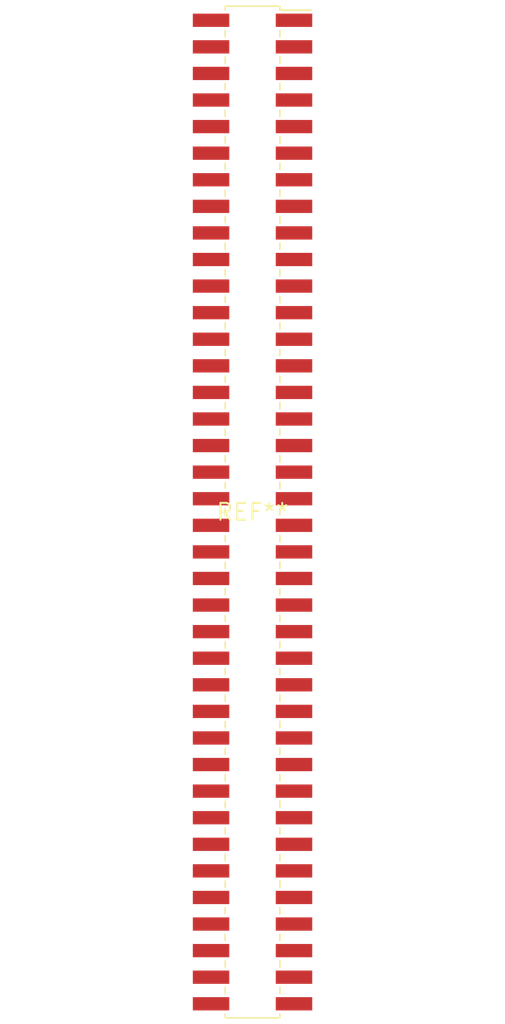
<source format=kicad_pcb>
(kicad_pcb (version 20240108) (generator pcbnew)
  (layers (0 "F.Cu" signal) (31 "B.Cu" signal) (34 "B.Paste" user) (35 "F.Paste" user) (36 "B.SilkS" user "B.Silkscreen") (37 "F.SilkS" user "F.Silkscreen") (38 "B.Mask" user) (39 "F.Mask" user) (44 "Edge.Cuts" user))
  (net 0 "")
  (footprint "PinSocket_2x38_P2.00mm_Vertical_SMD" (layer "F.Cu") (at 0 0)
    (property "Reference" "REF**")
    (property "Value" "PinSocket_2x38_P2.00mm_Vertical_SMD")
    (fp_line (start -2.06 -38.06) (end -2.06 -37.76) (layer "F.SilkS") (stroke (width 0.12)))
    (fp_line (start -2.06 -38.06) (end 2.06 -38.06) (layer "F.SilkS") (stroke (width 0.12)))
    (fp_line (start -2.06 -36.24) (end -2.06 -35.76) (layer "F.SilkS") (stroke (width 0.12)))
    (fp_line (start -2.06 -34.24) (end -2.06 -33.76) (layer "F.SilkS") (stroke (width 0.12)))
    (fp_line (start -2.06 -32.24) (end -2.06 -31.76) (layer "F.SilkS") (stroke (width 0.12)))
    (fp_line (start -2.06 -30.24) (end -2.06 -29.76) (layer "F.SilkS") (stroke (width 0.12)))
    (fp_line (start -2.06 -28.24) (end -2.06 -27.76) (layer "F.SilkS") (stroke (width 0.12)))
    (fp_line (start -2.06 -26.24) (end -2.06 -25.76) (layer "F.SilkS") (stroke (width 0.12)))
    (fp_line (start -2.06 -24.24) (end -2.06 -23.76) (layer "F.SilkS") (stroke (width 0.12)))
    (fp_line (start -2.06 -22.24) (end -2.06 -21.76) (layer "F.SilkS") (stroke (width 0.12)))
    (fp_line (start -2.06 -20.24) (end -2.06 -19.76) (layer "F.SilkS") (stroke (width 0.12)))
    (fp_line (start -2.06 -18.24) (end -2.06 -17.76) (layer "F.SilkS") (stroke (width 0.12)))
    (fp_line (start -2.06 -16.24) (end -2.06 -15.76) (layer "F.SilkS") (stroke (width 0.12)))
    (fp_line (start -2.06 -14.24) (end -2.06 -13.76) (layer "F.SilkS") (stroke (width 0.12)))
    (fp_line (start -2.06 -12.24) (end -2.06 -11.76) (layer "F.SilkS") (stroke (width 0.12)))
    (fp_line (start -2.06 -10.24) (end -2.06 -9.76) (layer "F.SilkS") (stroke (width 0.12)))
    (fp_line (start -2.06 -8.24) (end -2.06 -7.76) (layer "F.SilkS") (stroke (width 0.12)))
    (fp_line (start -2.06 -6.24) (end -2.06 -5.76) (layer "F.SilkS") (stroke (width 0.12)))
    (fp_line (start -2.06 -4.24) (end -2.06 -3.76) (layer "F.SilkS") (stroke (width 0.12)))
    (fp_line (start -2.06 -2.24) (end -2.06 -1.76) (layer "F.SilkS") (stroke (width 0.12)))
    (fp_line (start -2.06 -0.24) (end -2.06 0.24) (layer "F.SilkS") (stroke (width 0.12)))
    (fp_line (start -2.06 1.76) (end -2.06 2.24) (layer "F.SilkS") (stroke (width 0.12)))
    (fp_line (start -2.06 3.76) (end -2.06 4.24) (layer "F.SilkS") (stroke (width 0.12)))
    (fp_line (start -2.06 5.76) (end -2.06 6.24) (layer "F.SilkS") (stroke (width 0.12)))
    (fp_line (start -2.06 7.76) (end -2.06 8.24) (layer "F.SilkS") (stroke (width 0.12)))
    (fp_line (start -2.06 9.76) (end -2.06 10.24) (layer "F.SilkS") (stroke (width 0.12)))
    (fp_line (start -2.06 11.76) (end -2.06 12.24) (layer "F.SilkS") (stroke (width 0.12)))
    (fp_line (start -2.06 13.76) (end -2.06 14.24) (layer "F.SilkS") (stroke (width 0.12)))
    (fp_line (start -2.06 15.76) (end -2.06 16.24) (layer "F.SilkS") (stroke (width 0.12)))
    (fp_line (start -2.06 17.76) (end -2.06 18.24) (layer "F.SilkS") (stroke (width 0.12)))
    (fp_line (start -2.06 19.76) (end -2.06 20.24) (layer "F.SilkS") (stroke (width 0.12)))
    (fp_line (start -2.06 21.76) (end -2.06 22.24) (layer "F.SilkS") (stroke (width 0.12)))
    (fp_line (start -2.06 23.76) (end -2.06 24.24) (layer "F.SilkS") (stroke (width 0.12)))
    (fp_line (start -2.06 25.76) (end -2.06 26.24) (layer "F.SilkS") (stroke (width 0.12)))
    (fp_line (start -2.06 27.76) (end -2.06 28.24) (layer "F.SilkS") (stroke (width 0.12)))
    (fp_line (start -2.06 29.76) (end -2.06 30.24) (layer "F.SilkS") (stroke (width 0.12)))
    (fp_line (start -2.06 31.76) (end -2.06 32.24) (layer "F.SilkS") (stroke (width 0.12)))
    (fp_line (start -2.06 33.76) (end -2.06 34.24) (layer "F.SilkS") (stroke (width 0.12)))
    (fp_line (start -2.06 35.76) (end -2.06 36.24) (layer "F.SilkS") (stroke (width 0.12)))
    (fp_line (start -2.06 37.76) (end -2.06 38.06) (layer "F.SilkS") (stroke (width 0.12)))
    (fp_line (start -2.06 38.06) (end 2.06 38.06) (layer "F.SilkS") (stroke (width 0.12)))
    (fp_line (start 2.06 -38.06) (end 2.06 -37.76) (layer "F.SilkS") (stroke (width 0.12)))
    (fp_line (start 2.06 -37.76) (end 4.44 -37.76) (layer "F.SilkS") (stroke (width 0.12)))
    (fp_line (start 2.06 -36.24) (end 2.06 -35.76) (layer "F.SilkS") (stroke (width 0.12)))
    (fp_line (start 2.06 -34.24) (end 2.06 -33.76) (layer "F.SilkS") (stroke (width 0.12)))
    (fp_line (start 2.06 -32.24) (end 2.06 -31.76) (layer "F.SilkS") (stroke (width 0.12)))
    (fp_line (start 2.06 -30.24) (end 2.06 -29.76) (layer "F.SilkS") (stroke (width 0.12)))
    (fp_line (start 2.06 -28.24) (end 2.06 -27.76) (layer "F.SilkS") (stroke (width 0.12)))
    (fp_line (start 2.06 -26.24) (end 2.06 -25.76) (layer "F.SilkS") (stroke (width 0.12)))
    (fp_line (start 2.06 -24.24) (end 2.06 -23.76) (layer "F.SilkS") (stroke (width 0.12)))
    (fp_line (start 2.06 -22.24) (end 2.06 -21.76) (layer "F.SilkS") (stroke (width 0.12)))
    (fp_line (start 2.06 -20.24) (end 2.06 -19.76) (layer "F.SilkS") (stroke (width 0.12)))
    (fp_line (start 2.06 -18.24) (end 2.06 -17.76) (layer "F.SilkS") (stroke (width 0.12)))
    (fp_line (start 2.06 -16.24) (end 2.06 -15.76) (layer "F.SilkS") (stroke (width 0.12)))
    (fp_line (start 2.06 -14.24) (end 2.06 -13.76) (layer "F.SilkS") (stroke (width 0.12)))
    (fp_line (start 2.06 -12.24) (end 2.06 -11.76) (layer "F.SilkS") (stroke (width 0.12)))
    (fp_line (start 2.06 -10.24) (end 2.06 -9.76) (layer "F.SilkS") (stroke (width 0.12)))
    (fp_line (start 2.06 -8.24) (end 2.06 -7.76) (layer "F.SilkS") (stroke (width 0.12)))
    (fp_line (start 2.06 -6.24) (end 2.06 -5.76) (layer "F.SilkS") (stroke (width 0.12)))
    (fp_line (start 2.06 -4.24) (end 2.06 -3.76) (layer "F.SilkS") (stroke (width 0.12)))
    (fp_line (start 2.06 -2.24) (end 2.06 -1.76) (layer "F.SilkS") (stroke (width 0.12)))
    (fp_line (start 2.06 -0.24) (end 2.06 0.24) (layer "F.SilkS") (stroke (width 0.12)))
    (fp_line (start 2.06 1.76) (end 2.06 2.24) (layer "F.SilkS") (stroke (width 0.12)))
    (fp_line (start 2.06 3.76) (end 2.06 4.24) (layer "F.SilkS") (stroke (width 0.12)))
    (fp_line (start 2.06 5.76) (end 2.06 6.24) (layer "F.SilkS") (stroke (width 0.12)))
    (fp_line (start 2.06 7.76) (end 2.06 8.24) (layer "F.SilkS") (stroke (width 0.12)))
    (fp_line (start 2.06 9.76) (end 2.06 10.24) (layer "F.SilkS") (stroke (width 0.12)))
    (fp_line (start 2.06 11.76) (end 2.06 12.24) (layer "F.SilkS") (stroke (width 0.12)))
    (fp_line (start 2.06 13.76) (end 2.06 14.24) (layer "F.SilkS") (stroke (width 0.12)))
    (fp_line (start 2.06 15.76) (end 2.06 16.24) (layer "F.SilkS") (stroke (width 0.12)))
    (fp_line (start 2.06 17.76) (end 2.06 18.24) (layer "F.SilkS") (stroke (width 0.12)))
    (fp_line (start 2.06 19.76) (end 2.06 20.24) (layer "F.SilkS") (stroke (width 0.12)))
    (fp_line (start 2.06 21.76) (end 2.06 22.24) (layer "F.SilkS") (stroke (width 0.12)))
    (fp_line (start 2.06 23.76) (end 2.06 24.24) (layer "F.SilkS") (stroke (width 0.12)))
    (fp_line (start 2.06 25.76) (end 2.06 26.24) (layer "F.SilkS") (stroke (width 0.12)))
    (fp_line (start 2.06 27.76) (end 2.06 28.24) (layer "F.SilkS") (stroke (width 0.12)))
    (fp_line (start 2.06 29.76) (end 2.06 30.24) (layer "F.SilkS") (stroke (width 0.12)))
    (fp_line (start 2.06 31.76) (end 2.06 32.24) (layer "F.SilkS") (stroke (width 0.12)))
    (fp_line (start 2.06 33.76) (end 2.06 34.24) (layer "F.SilkS") (stroke (width 0.12)))
    (fp_line (start 2.06 35.76) (end 2.06 36.24) (layer "F.SilkS") (stroke (width 0.12)))
    (fp_line (start 2.06 37.76) (end 2.06 38.06) (layer "F.SilkS") (stroke (width 0.12)))
    (pad "1" smd rect (at 3.125 -37) (size 2.75 1) (layers "F.Cu" "F.Paste" "F.Mask"))
    (pad "2" smd rect (at -3.125 -37) (size 2.75 1) (layers "F.Cu" "F.Paste" "F.Mask"))
    (pad "3" smd rect (at 3.125 -35) (size 2.75 1) (layers "F.Cu" "F.Paste" "F.Mask"))
    (pad "4" smd rect (at -3.125 -35) (size 2.75 1) (layers "F.Cu" "F.Paste" "F.Mask"))
    (pad "5" smd rect (at 3.125 -33) (size 2.75 1) (layers "F.Cu" "F.Paste" "F.Mask"))
    (pad "6" smd rect (at -3.125 -33) (size 2.75 1) (layers "F.Cu" "F.Paste" "F.Mask"))
    (pad "7" smd rect (at 3.125 -31) (size 2.75 1) (layers "F.Cu" "F.Paste" "F.Mask"))
    (pad "8" smd rect (at -3.125 -31) (size 2.75 1) (layers "F.Cu" "F.Paste" "F.Mask"))
    (pad "9" smd rect (at 3.125 -29) (size 2.75 1) (layers "F.Cu" "F.Paste" "F.Mask"))
    (pad "10" smd rect (at -3.125 -29) (size 2.75 1) (layers "F.Cu" "F.Paste" "F.Mask"))
    (pad "11" smd rect (at 3.125 -27) (size 2.75 1) (layers "F.Cu" "F.Paste" "F.Mask"))
    (pad "12" smd rect (at -3.125 -27) (size 2.75 1) (layers "F.Cu" "F.Paste" "F.Mask"))
    (pad "13" smd rect (at 3.125 -25) (size 2.75 1) (layers "F.Cu" "F.Paste" "F.Mask"))
    (pad "14" smd rect (at -3.125 -25) (size 2.75 1) (layers "F.Cu" "F.Paste" "F.Mask"))
    (pad "15" smd rect (at 3.125 -23) (size 2.75 1) (layers "F.Cu" "F.Paste" "F.Mask"))
    (pad "16" smd rect (at -3.125 -23) (size 2.75 1) (layers "F.Cu" "F.Paste" "F.Mask"))
    (pad "17" smd rect (at 3.125 -21) (size 2.75 1) (layers "F.Cu" "F.Paste" "F.Mask"))
    (pad "18" smd rect (at -3.125 -21) (size 2.75 1) (layers "F.Cu" "F.Paste" "F.Mask"))
    (pad "19" smd rect (at 3.125 -19) (size 2.75 1) (layers "F.Cu" "F.Paste" "F.Mask"))
    (pad "20" smd rect (at -3.125 -19) (size 2.75 1) (layers "F.Cu" "F.Paste" "F.Mask"))
    (pad "21" smd rect (at 3.125 -17) (size 2.75 1) (layers "F.Cu" "F.Paste" "F.Mask"))
    (pad "22" smd rect (at -3.125 -17) (size 2.75 1) (layers "F.Cu" "F.Paste" "F.Mask"))
    (pad "23" smd rect (at 3.125 -15) (size 2.75 1) (layers "F.Cu" "F.Paste" "F.Mask"))
    (pad "24" smd rect (at -3.125 -15) (size 2.75 1) (layers "F.Cu" "F.Paste" "F.Mask"))
    (pad "25" smd rect (at 3.125 -13) (size 2.75 1) (layers "F.Cu" "F.Paste" "F.Mask"))
    (pad "26" smd rect (at -3.125 -13) (size 2.75 1) (layers "F.Cu" "F.Paste" "F.Mask"))
    (pad "27" smd rect (at 3.125 -11) (size 2.75 1) (layers "F.Cu" "F.Paste" "F.Mask"))
    (pad "28" smd rect (at -3.125 -11) (size 2.75 1) (layers "F.Cu" "F.Paste" "F.Mask"))
    (pad "29" smd rect (at 3.125 -9) (size 2.75 1) (layers "F.Cu" "F.Paste" "F.Mask"))
    (pad "30" smd rect (at -3.125 -9) (size 2.75 1) (layers "F.Cu" "F.Paste" "F.Mask"))
    (pad "31" smd rect (at 3.125 -7) (size 2.75 1) (layers "F.Cu" "F.Paste" "F.Mask"))
    (pad "32" smd rect (at -3.125 -7) (size 2.75 1) (layers "F.Cu" "F.Paste" "F.Mask"))
    (pad "33" smd rect (at 3.125 -5) (size 2.75 1) (layers "F.Cu" "F.Paste" "F.Mask"))
    (pad "34" smd rect (at -3.125 -5) (size 2.75 1) (layers "F.Cu" "F.Paste" "F.Mask"))
    (pad "35" smd rect (at 3.125 -3) (size 2.75 1) (layers "F.Cu" "F.Paste" "F.Mask"))
    (pad "36" smd rect (at -3.125 -3) (size 2.75 1) (layers "F.Cu" "F.Paste" "F.Mask"))
    (pad "37" smd rect (at 3.125 -1) (size 2.75 1) (layers "F.Cu" "F.Paste" "F.Mask"))
    (pad "38" smd rect (at -3.125 -1) (size 2.75 1) (layers "F.Cu" "F.Paste" "F.Mask"))
    (pad "39" smd rect (at 3.125 1) (size 2.75 1) (layers "F.Cu" "F.Paste" "F.Mask"))
    (pad "40" smd rect (at -3.125 1) (size 2.75 1) (layers "F.Cu" "F.Paste" "F.Mask"))
    (pad "41" smd rect (at 3.125 3) (size 2.75 1) (layers "F.Cu" "F.Paste" "F.Mask"))
    (pad "42" smd rect (at -3.125 3) (size 2.75 1) (layers "F.Cu" "F.Paste" "F.Mask"))
    (pad "43" smd rect (at 3.125 5) (size 2.75 1) (layers "F.Cu" "F.Paste" "F.Mask"))
    (pad "44" smd rect (at -3.125 5) (size 2.75 1) (layers "F.Cu" "F.Paste" "F.Mask"))
    (pad "45" smd rect (at 3.125 7) (size 2.75 1) (layers "F.Cu" "F.Paste" "F.Mask"))
    (pad "46" smd rect (at -3.125 7) (size 2.75 1) (layers "F.Cu" "F.Paste" "F.Mask"))
    (pad "47" smd rect (at 3.125 9) (size 2.75 1) (layers "F.Cu" "F.Paste" "F.Mask"))
    (pad "48" smd rect (at -3.125 9) (size 2.75 1) (layers "F.Cu" "F.Paste" "F.Mask"))
    (pad "49" smd rect (at 3.125 11) (size 2.75 1) (layers "F.Cu" "F.Paste" "F.Mask"))
    (pad "50" smd rect (at -3.125 11) (size 2.75 1) (layers "F.Cu" "F.Paste" "F.Mask"))
    (pad "51" smd rect (at 3.125 13) (size 2.75 1) (layers "F.Cu" "F.Paste" "F.Mask"))
    (pad "52" smd rect (at -3.125 13) (size 2.75 1) (layers "F.Cu" "F.Paste" "F.Mask"))
    (pad "53" smd rect (at 3.125 15) (size 2.75 1) (layers "F.Cu" "F.Paste" "F.Mask"))
    (pad "54" smd rect (at -3.125 15) (size 2.75 1) (layers "F.Cu" "F.Paste" "F.Mask"))
    (pad "55" smd rect (at 3.125 17) (size 2.75 1) (layers "F.Cu" "F.Paste" "F.Mask"))
    (pad "56" smd rect (at -3.125 17) (size 2.75 1) (layers "F.Cu" "F.Paste" "F.Mask"))
    (pad "57" smd rect (at 3.125 19) (size 2.75 1) (layers "F.Cu" "F.Paste" "F.Mask"))
    (pad "58" smd rect (at -3.125 19) (size 2.75 1) (layers "F.Cu" "F.Paste" "F.Mask"))
    (pad "59" smd rect (at 3.125 21) (size 2.75 1) (layers "F.Cu" "F.Paste" "F.Mask"))
    (pad "60" smd rect (at -3.125 21) (size 2.75 1) (layers "F.Cu" "F.Paste" "F.Mask"))
    (pad "61" smd rect (at 3.125 23) (size 2.75 1) (layers "F.Cu" "F.Paste" "F.Mask"))
    (pad "62" smd rect (at -3.125 23) (size 2.75 1) (layers "F.Cu" "F.Paste" "F.Mask"))
    (pad "63" smd rect (at 3.125 25) (size 2.75 1) (layers "F.Cu" "F.Paste" "F.Mask"))
    (pad "64" smd rect (at -3.125 25) (size 2.75 1) (layers "F.Cu" "F.Paste" "F.Mask"))
    (pad "65" smd rect (at 3.125 27) (size 2.75 1) (layers "F.Cu" "F.Paste" "F.Mask"))
    (pad "66" smd rect (at -3.125 27) (size 2.75 1) (layers "F.Cu" "F.Paste" "F.Mask"))
    (pad "67" smd rect (at 3.125 29) (size 2.75 1) (layers "F.Cu" "F.Paste" "F.Mask"))
    (pad "68" smd rect (at -3.125 29) (size 2.75 1) (layers "F.Cu" "F.Paste" "F.Mask"))
    (pad "69" smd rect (at 3.125 31) (size 2.75 1) (layers "F.Cu" "F.Paste" "F.Mask"))
    (pad "70" smd rect (at -3.125 31) (size 2.75 1) (layers "F.Cu" "F.Paste" "F.Mask"))
    (pad "71" smd rect (at 3.125 33) (size 2.75 1) (layers "F.Cu" "F.Paste" "F.Mask"))
    (pad "72" smd rect (at -3.125 33) (size 2.75 1) (layers "F.Cu" "F.Paste" "F.Mask"))
    (pad "73" smd rect (at 3.125 35) (size 2.75 1) (layers "F.Cu" "F.Paste" "F.Mask"))
    (pad "74" smd rect (at -3.125 35) (size 2.75 1) (layers "F.Cu" "F.Paste" "F.Mask"))
    (pad "75" smd rect (at 3.125 37) (size 2.75 1) (layers "F.Cu" "F.Paste" "F.Mask"))
    (pad "76" smd rect (at -3.125 37) (size 2.75 1) (layers "F.Cu" "F.Paste" "F.Mask"))
  )
)
</source>
